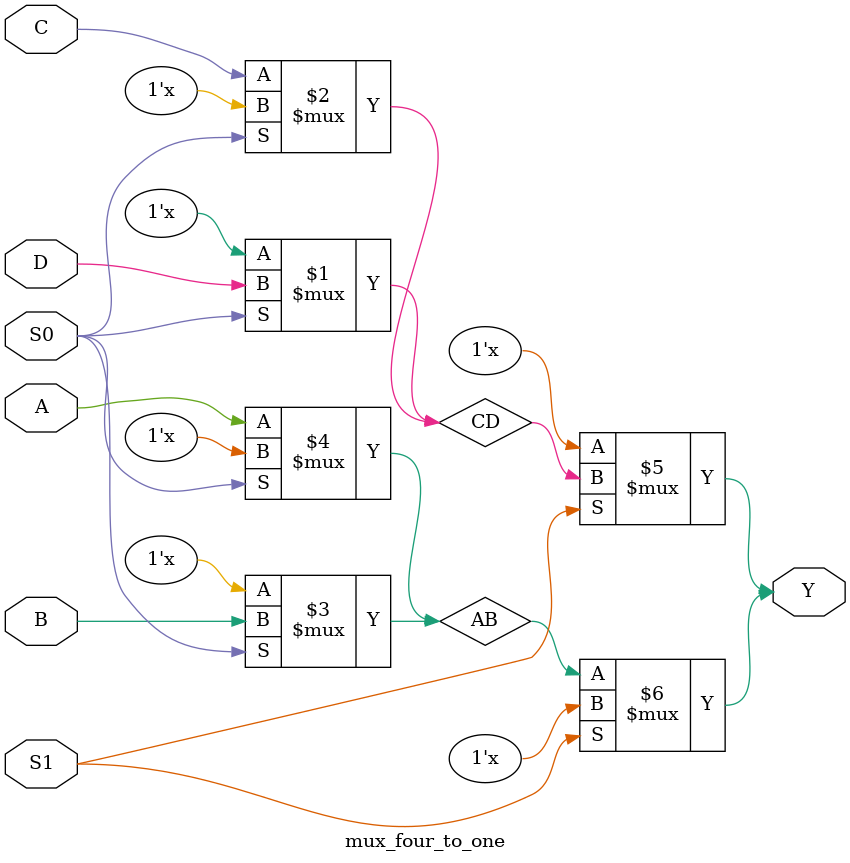
<source format=v>
module mux_four_to_one (A, B, C, D, S1, S0, Y);

input A, B, C, D, S1, S0;
output Y;
wire CD, AB;

bufif1 (CD, D, S0);
bufif0 (CD, C, S0);
bufif1 (AB, B, S0);
bufif0 (AB, A, S0);
bufif1 (Y, CD, S1);
bufif0 (Y, AB, S1);

endmodule // mux_four_to_one

</source>
